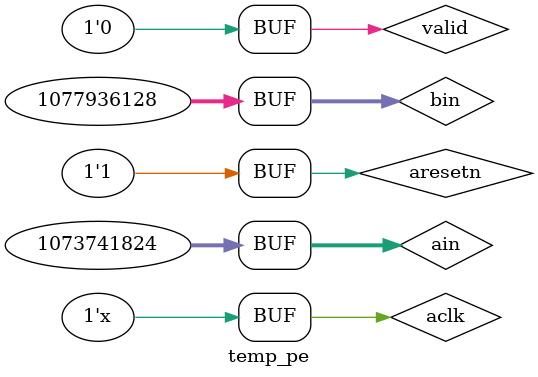
<source format=v>
`timescale 1ns / 1ps

module temp_pe #(
    parameter L_RAM_SIZE = 6
) ();
//    // clk/reset
//    reg aclk;
//    reg aresetn;
    
//    // port A
//    reg [31:0] ain;
    
//    // peram -> port B 
//    reg [31:0] din;
//    reg [L_RAM_SIZE-1:0] addr;
//    reg we;
    
//    // integrated valid signal
//    reg valid;
    
//    // computation result
//    wire dvalid;
//    wire [31:0] dout;

    
    
    
    
    
//    integer i;
//    initial begin
//        aclk <= 0;
//        aresetn <= 1;
//        valid <= 0;
//        we <= 1;
//        addr = 0;
//        din <= 'h40400000;
//        #10;
//        we <= 0;
//        valid <= 1;
//        ain <= 'h40000000;
//        #10;
//        valid <= 0;
//        #100;
//        valid <= 1;
//        #10;
//        valid <= 0;
        
//    end
    
//    always #5 aclk = ~aclk;













//    (* ram_style = "block" *) reg [31:0] peram [0:2**L_RAM_SIZE - 1]; // local register
//    reg [31:0] psum; // accumulated result & port C
//    reg [31:0] bin; // port B
//    wire [31:0] res; // result port from MAC
    
//    assign dout = psum;
    
//    always @(posedge aclk) begin
//        if (we)
//            peram[addr] <= din;
//        else
//            bin <= peram[addr];
    
//        if (aresetn) begin
//            if (dvalid) begin
//                psum <= res;
//            end else begin
//                psum <= psum;
//            end
//        end else begin
//            psum <= 'd0;
//        end
//    end

    reg aclk, valid;
    reg aresetn;
    reg [31:0] ain;
    reg [31:0] bin;
    reg [31:0] psum;
    wire dvalid;
    wire [31:0] res;
    
    initial begin 
        aclk <= 0;
        valid <= 0;
        aresetn <= 1;
        ain <= 'h40000000;
        bin <= 'h40400000;
        psum <= 'd0;
        
        #10;      
        valid <= 1;
        #10
        valid <= 0;
        
//        #200;
//        psum <= res;
    end
    
    always @(posedge aclk) begin
        if (dvalid) 
            psum <= res;
        else
            psum <= psum;
        
    end
    
    always #5 aclk = ~aclk;
    
    floating_point_MAC MAC(
        .aclk(aclk),
        .aresetn(1'b1),
        .s_axis_a_tvalid(valid),
        .s_axis_b_tvalid(valid),
        .s_axis_c_tvalid(valid),
        .s_axis_a_tdata(ain),
        .s_axis_b_tdata(bin),
        .s_axis_c_tdata(psum),
        .m_axis_result_tvalid(dvalid),
        .m_axis_result_tdata(res)
    );
   
endmodule

</source>
